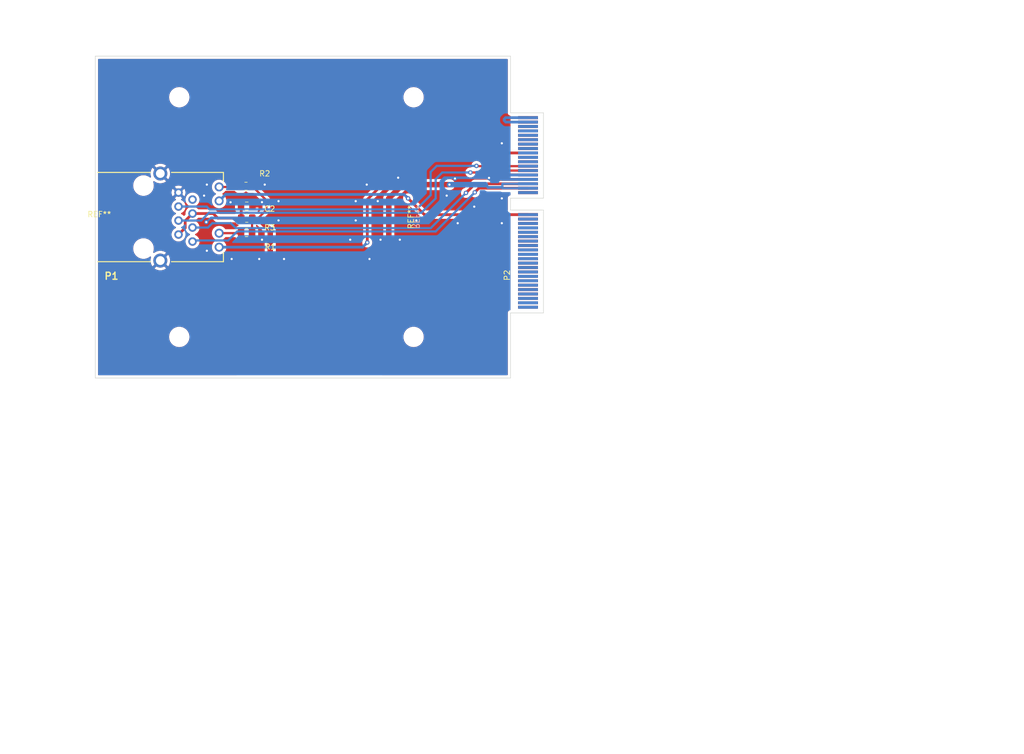
<source format=kicad_pcb>
(kicad_pcb (version 20221018) (generator pcbnew)
  (layers (0 "F.Cu" signal) (31 "B.Cu" signal) (34 "B.Paste" user) (35 "F.Paste" user) (36 "B.SilkS" user "B.Silkscreen") (37 "F.SilkS" user "F.Silkscreen") (38 "B.Mask" user) (39 "F.Mask" user) (44 "Edge.Cuts" user))
  (net 0 "")
  (net 1 "GND")
  (net 2 "LED2")
  (net 3 "TX+")
  (net 4 "TX-")
  (net 5 "RX+")
  (net 6 "RX-")
  (net 7 "LED1")
  (net 53 "+3.3V")
  (net 74 "Net-(P2-Pin_78)")
  (net 76 "Net-(P1-CRD)")
  (net 78 "Net-(P1-AG)")
  (net 79 "Net-(P1-AY)")
  (footprint "Capacitor_SMD:C_0805_2012Metric_Pad1.18x1.45mm_HandSolder" (layer "F.Cu") (at 139.7375 86.4 180)
    (fp_text reference "C2" (at -4.1625 -0.5) (layer "F.SilkS"))
    (fp_text value "1n")
    (fp_line (start -0.261252 -0.735) (end 0.261252 -0.735) (stroke (width 0.12)) (layer "F.SilkS"))
    (fp_line (start -0.261252 0.735) (end 0.261252 0.735) (stroke (width 0.12)) (layer "F.SilkS"))
    (pad "1" smd roundrect (at -1.0375 0 180) (size 1.175 1.45) (layers "F.Cu" "F.Paste" "F.Mask") (roundrect_rratio 0.2127659574) (net 1 "GND"))
    (pad "2" smd roundrect (at 1.0375 0 180) (size 1.175 1.45) (layers "F.Cu" "F.Paste" "F.Mask") (roundrect_rratio 0.2127659574) (net 76 "Net-(P1-CRD)"))
  )
  (footprint "DSOXLAN:cardedge_40x2" (layer "F.Cu") (at 190.754 104.75)
    (fp_text reference "P2" (at -3.8 -5.8 90) (layer "F.SilkS"))
    (fp_text value "CONN_02X40" hide)
    (pad "1" connect rect (at 0 0) (size 3.6 0.55) (layers "F.Cu" "F.Mask"))
    (pad "2" connect rect (at 0 0) (size 3.6 0.55) (layers "B.Cu" "B.Mask"))
    (pad "3" connect rect (at 0 -0.8) (size 3.6 0.55) (layers "F.Cu" "F.Mask"))
    (pad "4" connect rect (at 0 -0.8) (size 3.6 0.55) (layers "B.Cu" "B.Mask"))
    (pad "5" connect rect (at 0 -1.6) (size 3.6 0.55) (layers "F.Cu" "F.Mask"))
    (pad "6" connect rect (at 0 -1.6) (size 3.6 0.55) (layers "B.Cu" "B.Mask"))
    (pad "7" connect rect (at 0 -2.4) (size 3.6 0.55) (layers "F.Cu" "F.Mask"))
    (pad "8" connect rect (at 0 -2.4) (size 3.6 0.55) (layers "B.Cu" "B.Mask"))
    (pad "9" connect rect (at 0 -3.2) (size 3.6 0.55) (layers "F.Cu" "F.Mask"))
    (pad "10" connect rect (at 0 -3.2) (size 3.6 0.55) (layers "B.Cu" "B.Mask"))
    (pad "11" connect rect (at 0 -4) (size 3.6 0.55) (layers "F.Cu" "F.Mask"))
    (pad "12" connect rect (at 0 -4) (size 3.6 0.55) (layers "B.Cu" "B.Mask"))
    (pad "13" connect rect (at 0 -4.8) (size 3.6 0.55) (layers "F.Cu" "F.Mask"))
    (pad "14" connect rect (at 0 -4.8) (size 3.6 0.55) (layers "B.Cu" "B.Mask"))
    (pad "15" connect rect (at 0 -5.6) (size 3.6 0.55) (layers "F.Cu" "F.Mask"))
    (pad "16" connect rect (at 0 -5.6) (size 3.6 0.55) (layers "B.Cu" "B.Mask"))
    (pad "17" connect rect (at 0 -6.4) (size 3.6 0.55) (layers "F.Cu" "F.Mask"))
    (pad "18" connect rect (at 0 -6.4) (size 3.6 0.55) (layers "B.Cu" "B.Mask"))
    (pad "19" connect rect (at 0 -7.2) (size 3.6 0.55) (layers "F.Cu" "F.Mask"))
    (pad "20" connect rect (at 0 -7.2) (size 3.6 0.55) (layers "B.Cu" "B.Mask"))
    (pad "21" connect rect (at 0 -8) (size 3.6 0.55) (layers "F.Cu" "F.Mask"))
    (pad "22" connect rect (at 0 -8) (size 3.6 0.55) (layers "B.Cu" "B.Mask"))
    (pad "23" connect rect (at 0 -8.8) (size 3.6 0.55) (layers "F.Cu" "F.Mask"))
    (pad "24" connect rect (at 0 -8.8) (size 3.6 0.55) (layers "B.Cu" "B.Mask"))
    (pad "25" connect rect (at 0 -9.6) (size 3.6 0.55) (layers "F.Cu" "F.Mask"))
    (pad "26" connect rect (at 0 -9.6) (size 3.6 0.55) (layers "B.Cu" "B.Mask"))
    (pad "27" connect rect (at 0 -10.4) (size 3.6 0.55) (layers "F.Cu" "F.Mask"))
    (pad "28" connect rect (at 0 -10.4) (size 3.6 0.55) (layers "B.Cu" "B.Mask"))
    (pad "29" connect rect (at 0 -11.2) (size 3.6 0.55) (layers "F.Cu" "F.Mask"))
    (pad "30" connect rect (at 0 -11.2) (size 3.6 0.55) (layers "B.Cu" "B.Mask"))
    (pad "31" connect rect (at 0 -12) (size 3.6 0.55) (layers "F.Cu" "F.Mask"))
    (pad "32" connect rect (at 0 -12) (size 3.6 0.55) (layers "B.Cu" "B.Mask"))
    (pad "33" connect rect (at 0 -12.8) (size 3.6 0.55) (layers "F.Cu" "F.Mask"))
    (pad "34" connect rect (at 0 -12.8) (size 3.6 0.55) (layers "B.Cu" "B.Mask"))
    (pad "35" connect rect (at 0 -13.6) (size 3.6 0.55) (layers "F.Cu" "F.Mask"))
    (pad "36" connect rect (at 0 -13.6) (size 3.6 0.55) (layers "B.Cu" "B.Mask"))
    (pad "37" connect rect (at 0 -14.4) (size 3.6 0.55) (layers "F.Cu" "F.Mask"))
    (pad "38" connect rect (at 0 -14.4) (size 3.6 0.55) (layers "B.Cu" "B.Mask"))
    (pad "39" connect rect (at 0 -15.2) (size 3.6 0.55) (layers "F.Cu" "F.Mask"))
    (pad "40" connect rect (at 0 -15.2) (size 3.6 0.55) (layers "B.Cu" "B.Mask"))
    (pad "41" connect rect (at 0 -16) (size 3.6 0.55) (layers "F.Cu" "F.Mask"))
    (pad "42" connect rect (at 0 -16) (size 3.6 0.55) (layers "B.Cu" "B.Mask"))
    (pad "43" connect rect (at 0 -16.8) (size 3.6 0.55) (layers "F.Cu" "F.Mask") (net 2 "LED2"))
    (pad "44" connect rect (at 0 -16.8) (size 3.6 0.55) (layers "B.Cu" "B.Mask"))
    (pad "45" connect rect (at 0 -20.8) (size 3.6 0.55) (layers "F.Cu" "F.Mask"))
    (pad "46" connect rect (at 0 -20.8) (size 3.6 0.55) (layers "B.Cu" "B.Mask"))
    (pad "47" connect rect (at 0 -21.6) (size 3.6 0.55) (layers "F.Cu" "F.Mask") (net 3 "TX+"))
    (pad "48" connect rect (at 0 -21.6) (size 3.6 0.55) (layers "B.Cu" "B.Mask") (net 53 "+3.3V"))
    (pad "49" connect rect (at 0 -22.4) (size 3.6 0.55) (layers "F.Cu" "F.Mask") (net 4 "TX-"))
    (pad "50" connect rect (at 0 -22.4) (size 3.6 0.55) (layers "B.Cu" "B.Mask") (net 53 "+3.3V"))
    (pad "51" connect rect (at 0 -23.2) (size 3.6 0.55) (layers "F.Cu" "F.Mask") (net 1 "GND"))
    (pad "52" connect rect (at 0 -23.2) (size 3.6 0.55) (layers "B.Cu" "B.Mask") (net 1 "GND"))
    (pad "53" connect rect (at 0 -24) (size 3.6 0.55) (layers "F.Cu" "F.Mask") (net 1 "GND"))
    (pad "54" connect rect (at 0 -24) (size 3.6 0.55) (layers "B.Cu" "B.Mask") (net 1 "GND"))
    (pad "55" connect rect (at 0 -24.8) (size 3.6 0.55) (layers "F.Cu" "F.Mask") (net 5 "RX+"))
    (pad "56" connect rect (at 0 -24.8) (size 3.6 0.55) (layers "B.Cu" "B.Mask"))
    (pad "57" connect rect (at 0 -25.6) (size 3.6 0.55) (layers "F.Cu" "F.Mask") (net 6 "RX-"))
    (pad "58" connect rect (at 0 -25.6) (size 3.6 0.55) (layers "B.Cu" "B.Mask"))
    (pad "59" connect rect (at 0 -26.4) (size 3.6 0.55) (layers "F.Cu" "F.Mask"))
    (pad "60" connect rect (at 0 -26.4) (size 3.6 0.55) (layers "B.Cu" "B.Mask"))
    (pad "61" connect rect (at 0 -27.2) (size 3.6 0.55) (layers "F.Cu" "F.Mask"))
    (pad "62" connect rect (at 0 -27.2) (size 3.6 0.55) (layers "B.Cu" "B.Mask"))
    (pad "63" connect rect (at 0 -28) (size 3.6 0.55) (layers "F.Cu" "F.Mask") (net 7 "LED1"))
    (pad "64" connect rect (at 0 -28) (size 3.6 0.55) (layers "B.Cu" "B.Mask"))
    (pad "65" connect rect (at 0 -28.8) (size 3.6 0.55) (layers "F.Cu" "F.Mask"))
    (pad "66" connect rect (at 0 -28.8) (size 3.6 0.55) (layers "B.Cu" "B.Mask"))
    (pad "67" connect rect (at 0 -29.6) (size 3.6 0.55) (layers "F.Cu" "F.Mask"))
    (pad "68" connect rect (at 0 -29.6) (size 3.6 0.55) (layers "B.Cu" "B.Mask"))
    (pad "69" connect rect (at 0 -30.4) (size 3.6 0.55) (layers "F.Cu" "F.Mask"))
    (pad "70" connect rect (at 0 -30.4) (size 3.6 0.55) (layers "B.Cu" "B.Mask"))
    (pad "71" connect rect (at 0 -31.2) (size 3.6 0.55) (layers "F.Cu" "F.Mask"))
    (pad "72" connect rect (at 0 -31.2) (size 3.6 0.55) (layers "B.Cu" "B.Mask"))
    (pad "73" connect rect (at 0 -32) (size 3.6 0.55) (layers "F.Cu" "F.Mask"))
    (pad "74" connect rect (at 0 -32) (size 3.6 0.55) (layers "B.Cu" "B.Mask"))
    (pad "75" connect rect (at 0 -32.8) (size 3.6 0.55) (layers "F.Cu" "F.Mask"))
    (pad "76" connect rect (at 0 -32.8) (size 3.6 0.55) (layers "B.Cu" "B.Mask"))
    (pad "77" connect rect (at 0 -33.6) (size 3.6 0.55) (layers "F.Cu" "F.Mask"))
    (pad "78" connect rect (at 0 -33.6) (size 3.6 0.55) (layers "B.Cu" "B.Mask") (net 74 "Net-(P2-Pin_78)"))
    (pad "79" connect rect (at 0 -34.4) (size 3.6 0.55) (layers "F.Cu" "F.Mask"))
    (pad "80" connect rect (at 0 -34.4) (size 3.6 0.55) (layers "B.Cu" "B.Mask") (net 74 "Net-(P2-Pin_78)"))
  )
  (footprint "Resistor_SMD:R_0805_2012Metric_Pad1.20x1.40mm_HandSolder" (layer "F.Cu") (at 139.7 91.2 180)
    (fp_text reference "R1" (at -4.3 -2.6 180) (layer "F.SilkS"))
    (fp_text value "470R")
    (fp_line (start -0.227064 -0.735) (end 0.227064 -0.735) (stroke (width 0.12)) (layer "F.SilkS"))
    (fp_line (start -0.227064 0.735) (end 0.227064 0.735) (stroke (width 0.12)) (layer "F.SilkS"))
    (pad "1" smd roundrect (at -1 0 180) (size 1.2 1.4) (layers "F.Cu" "F.Paste" "F.Mask") (roundrect_rratio 0.2083333333) (net 53 "+3.3V"))
    (pad "2" smd roundrect (at 1 0 180) (size 1.2 1.4) (layers "F.Cu" "F.Paste" "F.Mask") (roundrect_rratio 0.2083333333) (net 78 "Net-(P1-AG)"))
  )
  (footprint "Resistor_SMD:R_0805_2012Metric_Pad1.20x1.40mm_HandSolder" (layer "F.Cu") (at 139.6 82.8 180)
    (fp_text reference "R2" (at -3.4 2.3 180) (layer "F.SilkS"))
    (fp_text value "470R")
    (fp_line (start -0.227064 -0.735) (end 0.227064 -0.735) (stroke (width 0.12)) (layer "F.SilkS"))
    (fp_line (start -0.227064 0.735) (end 0.227064 0.735) (stroke (width 0.12)) (layer "F.SilkS"))
    (pad "1" smd roundrect (at -1 0 180) (size 1.2 1.4) (layers "F.Cu" "F.Paste" "F.Mask") (roundrect_rratio 0.2083333333) (net 53 "+3.3V"))
    (pad "2" smd roundrect (at 1 0 180) (size 1.2 1.4) (layers "F.Cu" "F.Paste" "F.Mask") (roundrect_rratio 0.2083333333) (net 79 "Net-(P1-AY)"))
  )
  (footprint "Resistor_SMD:R_0805_2012Metric_Pad1.20x1.40mm_HandSolder" (layer "F.Cu") (at 139.7375 88.59 180)
    (fp_text reference "R3" (at -4.1625 -1.71) (layer "F.SilkS"))
    (fp_text value "10R")
    (fp_line (start -0.227064 -0.735) (end 0.227064 -0.735) (stroke (width 0.12)) (layer "F.SilkS"))
    (fp_line (start -0.227064 0.735) (end 0.227064 0.735) (stroke (width 0.12)) (layer "F.SilkS"))
    (pad "1" smd roundrect (at -1 0 180) (size 1.2 1.4) (layers "F.Cu" "F.Paste" "F.Mask") (roundrect_rratio 0.2083333333) (net 53 "+3.3V"))
    (pad "2" smd roundrect (at 1 0 180) (size 1.2 1.4) (layers "F.Cu" "F.Paste" "F.Mask") (roundrect_rratio 0.2083333333) (net 76 "Net-(P1-CRD)"))
  )
  (footprint "DSOXLAN:WURTH-7499010121A" (layer "F.Cu") (at 129.9 92.83 90)
    (fp_text reference "P1" (at -6.27 -14.7 180) (layer "F.SilkS") (effects (font (size 1.27 1.27) (thickness 0.254))))
    (fp_text value "7499010121A" hide)
    (fp_line (start -3.655 -7.62) (end -3.655 -17.2) (stroke (width 0.2032)) (layer "F.SilkS"))
    (fp_line (start -3.655 5.61) (end -3.655 -3.81) (stroke (width 0.2032)) (layer "F.SilkS"))
    (fp_line (start -2 5.61) (end -3.655 5.61) (stroke (width 0.2032)) (layer "F.SilkS"))
    (fp_line (start 12.545 -17.2) (end 12.545 -7.62) (stroke (width 0.2032)) (layer "F.SilkS"))
    (fp_line (start 12.545 -3.81) (end 12.545 5.61) (stroke (width 0.2032)) (layer "F.SilkS"))
    (fp_line (start 12.545 5.61) (end 11 5.61) (stroke (width 0.2032)) (layer "F.SilkS"))
    (pad "" np_thru_hole circle (at -1.27 -8.89 90) (size 3.25 3.25) (drill 3.25) (layers "*.Cu" "*.Mask"))
    (pad "" np_thru_hole circle (at 10.16 -8.89 90) (size 3.25 3.25) (drill 3.25) (layers "*.Cu" "*.Mask"))
    (pad "1" thru_hole circle (at 0 0 90) (size 1.524 1.524) (drill 0.9) (layers "*.Cu" "*.Mask") (net 3 "TX+"))
    (pad "2" thru_hole circle (at 1.27 -2.54 90) (size 1.524 1.524) (drill 0.9) (layers "*.Cu" "*.Mask") (net 76 "Net-(P1-CRD)"))
    (pad "3" thru_hole circle (at 2.54 0 90) (size 1.524 1.524) (drill 0.9) (layers "*.Cu" "*.Mask") (net 4 "TX-"))
    (pad "4" thru_hole circle (at 3.81 -2.54 90) (size 1.524 1.524) (drill 0.9) (layers "*.Cu" "*.Mask") (net 5 "RX+"))
    (pad "5" thru_hole circle (at 5.08 0 90) (size 1.524 1.524) (drill 0.9) (layers "*.Cu" "*.Mask") (net 76 "Net-(P1-CRD)"))
    (pad "6" thru_hole circle (at 6.35 -2.54 90) (size 1.524 1.524) (drill 0.9) (layers "*.Cu" "*.Mask") (net 6 "RX-"))
    (pad "7" thru_hole circle (at 7.62 0 90) (size 1.524 1.524) (drill 0.9) (layers "*.Cu" "*.Mask"))
    (pad "8" thru_hole circle (at 8.89 -2.54 90) (size 1.524 1.524) (drill 0.9) (layers "*.Cu" "*.Mask") (net 1 "GND"))
    (pad "9" thru_hole circle (at -1.02 4.83 90) (size 1.6256 1.6256) (drill 1.02) (layers "*.Cu" "*.Mask") (net 7 "LED1"))
    (pad "10" thru_hole circle (at 1.52 4.83 90) (size 1.6256 1.6256) (drill 1.02) (layers "*.Cu" "*.Mask") (net 78 "Net-(P1-AG)"))
    (pad "11" thru_hole circle (at 7.37 4.83 90) (size 1.6256 1.6256) (drill 1.02) (layers "*.Cu" "*.Mask") (net 2 "LED2"))
    (pad "12" thru_hole circle (at 9.91 4.83 90) (size 1.6256 1.6256) (drill 1.02) (layers "*.Cu" "*.Mask") (net 79 "Net-(P1-AY)"))
    (pad "13" thru_hole circle (at 12.345 -5.84 90) (size 2.54 2.54) (drill 1.6) (layers "*.Cu" "*.Mask") (net 1 "GND"))
    (pad "14" thru_hole circle (at -3.455 -5.84 90) (size 2.54 2.54) (drill 1.6) (layers "*.Cu" "*.Mask") (net 1 "GND"))
  )
  (footprint "MountingHole:MountingHole_3.2mm_M3_ISO7380" (layer "F.Cu") (at 127.5 110.142)
    (fp_text reference "H102" hide)
    (fp_text value "MountingHole")
    (pad "" np_thru_hole circle (at 0 0) (size 3.2 3.2) (drill 3.2) (layers "*.Cu" "*.Mask"))
  )
  (footprint "MountingHole:MountingHole_3.2mm_M3_ISO7380" (layer "F.Cu") (at 127.5 66.642)
    (fp_text reference "H101" hide)
    (fp_text value "MountingHole")
    (pad "" np_thru_hole circle (at 0 0) (size 3.2 3.2) (drill 3.2) (layers "*.Cu" "*.Mask"))
  )
  (footprint "MountingHole:MountingHole_3.2mm_M3_ISO7380" (layer "F.Cu") (at 170 66.642)
    (fp_text reference "H103" hide)
    (fp_text value "MountingHole")
    (pad "" np_thru_hole circle (at 0 0) (size 3.2 3.2) (drill 3.2) (layers "F&B.Cu" "*.Mask"))
  )
  (footprint "MountingHole:MountingHole_3.2mm_M3_ISO7380" (layer "F.Cu") (at 170 110.142)
    (fp_text reference "H104" hide)
    (fp_text value "MountingHole")
    (pad "" np_thru_hole circle (at 0 0) (size 3.2 3.2) (drill 3.2) (layers "F&B.Cu" "*.Mask"))
  )
  (footprint "DSOXLAN:Lid" (layer "F.Cu") (at 113 88.392)
    (fp_text reference "REF**" (at 0 -0.5 unlocked) (layer "F.SilkS"))
    (fp_text value "Lid")
  )
  (footprint "DSOXLAN:Spacer2b" (layer "F.Cu") (at 170 88.392 90)
    (fp_text reference "REF**" (at 0 -0.5 90 unlocked) (layer "F.SilkS"))
    (fp_text value "Spacer2b")
  )
  (footprint "Symbol:OSHW-Symbol_6.7x6mm_Copper" (layer "F.Cu") (at 149 64.5)
    (fp_text reference "SYM101" hide)
    (fp_text value "Logo_Open_Hardware_Small" hide)
    (fp_poly (pts (xy 0.555814 -2.531069) (xy 0.639635 -2.086445) (xy 0.94892 -1.958947) (xy 1.258206 -1.831449) (xy 1.629246 -2.083754) (xy 1.733157 -2.154004) (xy 1.827087 -2.216728) (xy 1.906652 -2.269062) (xy 1.96747 -2.308143) (xy 2.005157 -2.331107) (xy 2.015421 -2.336058) (xy 2.03391 -2.323324) (xy 2.07342 -2.288118) (xy 2.129522 -2.234938) (xy 2.197787 -2.168282) (xy 2.273786 -2.092646) (xy 2.353092 -2.012528) (xy 2.431275 -1.932426) (xy 2.503907 -1.856836) (xy 2.566559 -1.790255) (xy 2.614803 -1.737182) (xy 2.64421 -1.702113) (xy 2.651241 -1.690377) (xy 2.641123 -1.66874) (xy 2.612759 -1.621338) (xy 2.569129 -1.552807) (xy 2.513218 -1.467785) (xy 2.448006 -1.370907) (xy 2.410219 -1.31565) (xy 2.341343 -1.214752) (xy 2.28014 -1.123701) (xy 2.229578 -1.04703) (xy 2.192628 -0.989272) (xy 2.172258 -0.954957) (xy 2.169197 -0.947746) (xy 2.176136 -0.927252) (xy 2.195051 -0.879487) (xy 2.223087 -0.811168) (xy 2.257391 -0.729011) (xy 2.295109 -0.63973) (xy 2.333387 -0.550042) (xy 2.36937 -0.466662) (xy 2.400206 -0.396306) (xy 2.423039 -0.34569) (xy 2.435017 -0.321529) (xy 2.435724 -0.320578) (xy 2.454531 -0.315964) (xy 2.504618 -0.305672) (xy 2.580793 -0.290713) (xy 2.677865 -0.272099) (xy 2.790643 -0.250841) (xy 2.856442 -0.238582) (xy 2.97695 -0.215638) (xy 3.085797 -0.193805) (xy 3.177476 -0.174278) (xy 3.246481 -0.158252) (xy 3.287304 -0.146921) (xy 3.295511 -0.143326) (xy 3.303548 -0.118994) (xy 3.310033 -0.064041) (xy 3.31497 0.015108) (xy 3.318364 0.112026) (xy 3.320218 0.220287) (xy 3.320538 0.333465) (xy 3.319327 0.445135) (xy 3.31659 0.548868) (xy 3.312331 0.638241) (xy 3.306555 0.706826) (xy 3.299267 0.748197) (xy 3.294895 0.75681) (xy 3.268764 0.767133) (xy 3.213393 0.781892) (xy 3.136107 0.799352) (xy 3.04423 0.81778) (xy 3.012158 0.823741) (xy 2.857524 0.852066) (xy 2.735375 0.874876) (xy 2.641673 0.89308) (xy 2.572384 0.907583) (xy 2.523471 0.919292) (xy 2.490897 0.929115) (xy 2.470628 0.937956) (xy 2.458626 0.946724) (xy 2.456947 0.948457) (xy 2.440184 0.976371) (xy 2.414614 1.030695) (xy 2.382788 1.104777) (xy 2.34726 1.191965) (xy 2.310583 1.285608) (xy 2.275311 1.379052) (xy 2.243996 1.465647) (xy 2.219193 1.53874) (xy 2.203454 1.591678) (xy 2.199332 1.617811) (xy 2.199676 1.618726) (xy 2.213641 1.640086) (xy 2.245322 1.687084) (xy 2.291391 1.754827) (xy 2.348518 1.838423) (xy 2.413373 1.932982) (xy 2.431843 1.959854) (xy 2.497699 2.057275) (xy 2.55565 2.146163) (xy 2.602538 2.221412) (xy 2.635207 2.27792) (xy 2.6505 2.310581) (xy 2.651241 2.314593) (xy 2.638392 2.335684) (xy 2.602888 2.377464) (xy 2.549293 2.435445) (xy 2.482171 2.505135) (xy 2.406087 2.582045) (xy 2.325604 2.661683) (xy 2.245287 2.739561) (xy 2.169699 2.811186) (xy 2.103405 2.87207) (xy 2.050969 2.917721) (xy 2.016955 2.94365) (xy 2.007545 2.947883) (xy 1.985643 2.937912) (xy 1.9408 2.91102) (xy 1.880321 2.871736) (xy 1.833789 2.840117) (xy 1.749475 2.782098) (xy 1.649626 2.713784) (xy 1.549473 2.645579) (xy 1.495627 2.609075) (xy 1.313371 2.4858) (xy 1.160381 2.56852) (xy 1.090682 2.604759) (xy 1.031414 2.632926) (xy 0.991311 2.648991) (xy 0.981103 2.651226) (xy 0.968829 2.634722) (xy 0.944613 2.588082) (xy 0.910263 2.515609) (xy 0.867588 2.421606) (xy 0.818394 2.310374) (xy 0.76449 2.186215) (xy 0.707684 2.053432) (xy 0.649782 1.916327) (xy 0.592593 1.779202) (xy 0.537924 1.646358) (xy 0.487584 1.522098) (xy 0.44338 1.410725) (xy 0.407119 1.316539) (xy 0.380609 1.243844) (xy 0.365658 1.196941) (xy 0.363254 1.180833) (xy 0.382311 1.160286) (xy 0.424036 1.126933) (xy 0.479706 1.087702) (xy 0.484378 1.084599) (xy 0.628264 0.969423) (xy 0.744283 0.835053) (xy 0.83143 0.685784) (xy 0.888699 0.525913) (xy 0.915086 0.359737) (xy 0.909585 0.191552) (xy 0.87119 0.025655) (xy 0.798895 -0.133658) (xy 0.777626 -0.168513) (xy 0.666996 -0.309263) (xy 0.536302 -0.422286) (xy 0.390064 -0.506997) (xy 0.232808 -0.562806) (xy 0.069057 -0.589126) (xy -0.096667 -0.58537) (xy -0.259838 -0.55095) (xy -0.415935 -0.485277) (xy -0.560433 -0.387765) (xy -0.605131 -0.348187) (xy -0.718888 -0.224297) (xy -0.801782 -0.093876) (xy -0.858644 0.052315) (xy -0.890313 0.197088) (xy -0.898131 0.35986) (xy -0.872062 0.52344) (xy -0.814755 0.682298) (xy -0.728856 0.830906) (xy -0.617014 0.963735) (xy -0.481877 1.075256) (xy -0.464117 1.087011) (xy -0.40785 1.125508) (xy -0.365077 1.158863) (xy -0.344628 1.18016) (xy -0.344331 1.180833) (xy -0.348721 1.203871) (xy -0.366124 1.256157) (xy -0.394732 1.33339) (xy -0.432735 1.431268) (xy -0.478326 1.545491) (xy -0.529697 1.671758) (xy -0.585038 1.805767) (xy -0.642542 1.943218) (xy -0.700399 2.079808) (xy -0.756802 2.211237) (xy -0.809942 2.333205) (xy -0.85801 2.441409) (xy -0.899199 2.531549) (xy -0.931699 2.599323) (xy -0.953703 2.64043) (xy -0.962564 2.651226) (xy -0.98964 2.642819) (xy -1.040303 2.620272) (xy -1.105817 2.587613) (xy -1.141841 2.56852) (xy -1.294832 2.4858) (xy -1.477088 2.609075) (xy -1.570125 2.672228) (xy -1.671985 2.741727) (xy -1.767438 2.807165) (xy -1.81525 2.840117) (xy -1.882495 2.885273) (xy -1.939436 2.921057) (xy -1.978646 2.942938) (xy -1.991381 2.947563) (xy -2.009917 2.935085) (xy -2.050941 2.900252) (xy -2.110475 2.846678) (xy -2.184542 2.777983) (xy -2.269165 2.697781) (xy -2.322685 2.646286) (xy -2.416319 2.554286) (xy -2.497241 2.471999) (xy -2.562177 2.402945) (xy -2.607858 2.350644) (xy -2.631011 2.318616) (xy -2.633232 2.312116) (xy -2.622924 2.287394) (xy -2.594439 2.237405) (xy -2.550937 2.167212) (xy -2.495577 2.081875) (xy -2.43152 1.986456) (xy -2.413303 1.959854) (xy -2.346927 1.863167) (xy -2.287378 1.776117) (xy -2.237984 1.703595) (xy -2.202075 1.650493) (xy -2.182981 1.621703) (xy -2.181136 1.618726) (xy -2.183895 1.595782) (xy -2.198538 1.545336) (xy -2.222513 1.474041) (xy -2.253266 1.388547) (xy -2.288244 1.295507) (xy -2.324893 1.201574) (xy -2.360661 1.113399) (xy -2.392994 1.037634) (xy -2.419338 0.980931) (xy -2.437142 0.949943) (xy -2.438407 0.948457) (xy -2.449294 0.939601) (xy -2.467682 0.930843) (xy -2.497606 0.921277) (xy -2.543103 0.909996) (xy -2.608209 0.896093) (xy -2.696961 0.878663) (xy -2.813393 0.856798) (xy -2.961542 0.829591) (xy -2.993618 0.823741) (xy -3.088686 0.805374) (xy -3.171565 0.787405) (xy -3.23493 0.771569) (xy -3.271458 0.7596) (xy -3.276356 0.75681) (xy -3.284427 0.732072) (xy -3.290987 0.67679) (xy -3.296033 0.597389) (xy -3.299559 0.500296) (xy -3.301561 0.391938) (xy -3.302036 0.27874) (xy -3.300977 0.167128) (xy -3.298382 0.063529) (xy -3.294246 -0.025632) (xy -3.288563 -0.093928) (xy -3.281331 -0.134934) (xy -3.276971 -0.143326) (xy -3.252698 -0.151792) (xy -3.197426 -0.165565) (xy -3.116662 -0.18345) (xy -3.015912 -0.204252) (xy -2.900683 -0.226777) (xy -2.837902 -0.238582) (xy -2.718787 -0.260849) (xy -2.612565 -0.281021) (xy -2.524427 -0.298085) (xy -2.459566 -0.311031) (xy -2.423174 -0.318845) (xy -2.417184 -0.320578) (xy -2.407061 -0.34011) (xy -2.385662 -0.387157) (xy -2.355839 -0.454997) (xy -2.320445 -0.536909) (xy -2.282332 -0.626172) (xy -2.244353 -0.716065) (xy -2.20936 -0.799865) (xy -2.180206 -0.870853) (xy -2.159743 -0.922306) (xy -2.150823 -0.947503) (xy -2.150657 -0.948604) (xy -2.160769 -0.968481) (xy -2.189117 -1.014223) (xy -2.232723 -1.081283) (xy -2.288606 -1.165116) (xy -2.353787 -1.261174) (xy -2.391679 -1.31635) (xy -2.460725 -1.417519) (xy -2.52205 -1.50937) (xy -2.572663 -1.587256) (xy -2.609571 -1.646531) (xy -2.629782 -1.682549) (xy -2.632701 -1.690623) (xy -2.620153 -1.709416) (xy -2.585463 -1.749543) (xy -2.533063 -1.806507) (xy -2.467384 -1.875815) (xy -2.392856 -1.952969) (xy -2.313913 -2.033475) (xy -2.234983 -2.112837) (xy -2.1605 -2.18656) (xy -2.094894 -2.250148) (xy -2.042596 -2.299106) (xy -2.008039 -2.328939) (xy -1.996478 -2.336058) (xy -1.977654 -2.326047) (xy -1.932631 -2.297922) (xy -1.865787 -2.254546) (xy -1.781499 -2.198782) (xy -1.684144 -2.133494) (xy -1.610707 -2.083754) (xy -1.239667 -1.831449) (xy -0.621095 -2.086445) (xy -0.537275 -2.531069) (xy -0.453454 -2.975693) (xy 0.471994 -2.975693) (xy 0.555814 -2.531069)) (stroke (width 0.01)) (fill solid) (layer "F.Cu"))
  )
  (footprint "DSOXLAN:Spacer1a" (layer "B.Cu") (at 170 88.392 90)
    (fp_text reference "REF**" (at 0 0.5 270 unlocked) (layer "B.SilkS") (effects (justify mirror)))
    (fp_text value "Spacer1a")
  )
  (gr_line (start 193.548 69.469) (end 187.579 69.469) (stroke (width 0.1)) (layer "Edge.Cuts"))
  (gr_line (start 179.578 117.602) (end 187.579 117.602) (stroke (width 0.1)) (layer "Edge.Cuts"))
  (gr_line (start 187.579 105.791) (end 193.548 105.791) (stroke (width 0.1)) (layer "Edge.Cuts"))
  (gr_line (start 187.579 69.469) (end 187.579 59.182) (stroke (width 0.1)) (layer "Edge.Cuts"))
  (gr_line (start 193.548 84.963) (end 193.548 69.469) (stroke (width 0.1)) (layer "Edge.Cuts"))
  (gr_line (start 193.548 105.791) (end 193.548 87.122) (stroke (width 0.1)) (layer "Edge.Cuts"))
  (gr_line (start 187.579 117.602) (end 187.579 105.791) (stroke (width 0.1)) (layer "Edge.Cuts"))
  (gr_line (start 112.268 117.602) (end 179.578 117.602) (stroke (width 0.1)) (layer "Edge.Cuts"))
  (gr_line (start 187.579 59.182) (end 112.268 59.182) (stroke (width 0.1)) (layer "Edge.Cuts"))
  (gr_line (start 187.579 87.122) (end 187.579 84.963) (stroke (width 0.1)) (layer "Edge.Cuts"))
  (gr_line (start 193.548 87.122) (end 187.579 87.122) (stroke (width 0.1)) (layer "Edge.Cuts"))
  (gr_line (start 187.579 84.963) (end 193.548 84.963) (stroke (width 0.1)) (layer "Edge.Cuts"))
  (gr_line (start 112.268 59.182) (end 112.268 117.602) (stroke (width 0.1)) (layer "Edge.Cuts"))
  (gr_text "DIY DSOXLAN\nAW 2014-12-13\nDL8DTL 2024-05-18" (at 151.11013 112.916902) (layer "F.Cu") (effects (font (size 1.5 1.5) (thickness 0.3))))
  (segment (start 183.95 81.55) (end 183.68 81.28) (width 0.5) (layer "F.Cu") (net 1))
  (segment (start 183.68 81.28) (end 184.21 80.75) (width 0.5) (layer "F.Cu") (net 1))
  (segment (start 190.754 81.55) (end 183.95 81.55) (width 0.5) (layer "F.Cu") (net 1))
  (segment (start 184.21 80.75) (end 190.754 80.75) (width 0.5) (layer "F.Cu") (net 1))
  (via (at 132.5 94.5) (size 0.8) (drill 0.4) (layers "F.Cu" "B.Cu") (net 1))
  (via (at 163.5 85.5) (size 0.8) (drill 0.4) (layers "F.Cu" "B.Cu") (net 1))
  (via (at 183.68 81.28) (size 0.8) (drill 0.4) (layers "F.Cu" "B.Cu") (net 1))
  (via (at 142.5 85.6805) (size 0.8) (drill 0.4) (layers "F.Cu" "B.Cu") (net 1))
  (via (at 146.5 96) (size 0.8) (drill 0.4) (layers "F.Cu" "B.Cu") (net 1))
  (via (at 178 89.5) (size 0.8) (drill 0.4) (layers "F.Cu" "B.Cu") (net 1))
  (via (at 186 85) (size 0.8) (drill 0.4) (layers "F.Cu" "B.Cu") (net 1))
  (via (at 159.5 85.5) (size 0.8) (drill 0.4) (layers "F.Cu" "B.Cu") (net 1))
  (via (at 145.5 89) (size 0.8) (drill 0.4) (layers "F.Cu" "B.Cu") (net 1))
  (via (at 132.5 82.5) (size 0.8) (drill 0.4) (layers "F.Cu" "B.Cu") (net 1))
  (via (at 142.5 92.5) (size 0.8) (drill 0.4) (layers "F.Cu" "B.Cu") (net 1))
  (via (at 145.5 85.5) (size 0.8) (drill 0.4) (layers "F.Cu" "B.Cu") (net 1))
  (via (at 136.8 85.7) (size 0.8) (drill 0.4) (layers "F.Cu" "B.Cu") (net 1))
  (via (at 186 89.5) (size 0.8) (drill 0.4) (layers "F.Cu" "B.Cu") (net 1))
  (via (at 161.5 82.5) (size 0.8) (drill 0.4) (layers "F.Cu" "B.Cu") (net 1))
  (via (at 170.5 89) (size 0.8) (drill 0.4) (layers "F.Cu" "B.Cu") (net 1))
  (via (at 186 75) (size 0.8) (drill 0.4) (layers "F.Cu" "B.Cu") (net 1))
  (via (at 132.4 89.3) (size 0.8) (drill 0.4) (layers "F.Cu" "B.Cu") (net 1))
  (via (at 167.199272 81.245799) (size 0.8) (drill 0.4) (layers "F.Cu" "B.Cu") (net 1))
  (via (at 164 92.5) (size 0.8) (drill 0.4) (layers "F.Cu" "B.Cu") (net 1))
  (via (at 181 86.5) (size 0.8) (drill 0.4) (layers "F.Cu" "B.Cu") (net 1))
  (via (at 143 82.5) (size 0.8) (drill 0.4) (layers "F.Cu" "B.Cu") (net 1))
  (via (at 176 84.5) (size 0.8) (drill 0.4) (layers "F.Cu" "B.Cu") (net 1))
  (via (at 177.5 81.4005) (size 0.8) (drill 0.4) (layers "F.Cu" "B.Cu") (net 1))
  (via (at 132 84.5) (size 0.8) (drill 0.4) (layers "F.Cu" "B.Cu") (net 1))
  (via (at 137 96) (size 0.8) (drill 0.4) (layers "F.Cu" "B.Cu") (net 1))
  (via (at 162 96) (size 0.8) (drill 0.4) (layers "F.Cu" "B.Cu") (net 1))
  (via (at 142 96) (size 0.8) (drill 0.4) (layers "F.Cu" "B.Cu") (net 1))
  (via (at 159.5 89) (size 0.8) (drill 0.4) (layers "F.Cu" "B.Cu") (net 1))
  (via (at 167.5 92.5) (size 0.8) (drill 0.4) (layers "F.Cu" "B.Cu") (net 1))
  (via (at 158.5 92.5) (size 0.8) (drill 0.4) (layers "F.Cu" "B.Cu") (net 1))
  (segment (start 186.100998 81.55) (end 186.055 81.504002) (width 0.5) (layer "B.Cu") (net 1))
  (segment (start 186.055 81.504002) (end 186.055 81.28) (width 0.5) (layer "B.Cu") (net 1))
  (segment (start 186.585 80.75) (end 186.055 81.28) (width 0.5) (layer "B.Cu") (net 1))
  (segment (start 190.754 81.55) (end 186.100998 81.55) (width 0.5) (layer "B.Cu") (net 1))
  (segment (start 186.055 81.28) (end 183.68 81.28) (width 0.5) (layer "B.Cu") (net 1))
  (segment (start 190.754 80.75) (end 186.585 80.75) (width 0.5) (layer "B.Cu") (net 1))
  (segment (start 190.754 87.95) (end 171.95 87.95) (width 0.5) (layer "F.Cu") (net 2))
  (segment (start 171.95 87.95) (end 169 85) (width 0.5) (layer "F.Cu") (net 2))
  (via (at 169 85) (size 0.8) (drill 0.4) (layers "F.Cu" "B.Cu") (net 2))
  (segment (start 135.912536 84.277464) (end 168.277464 84.277464) (width 0.5) (layer "B.Cu") (net 2))
  (segment (start 168.277464 84.277464) (end 169 85) (width 0.5) (layer "B.Cu") (net 2))
  (segment (start 134.73 85.46) (end 135.912536 84.277464) (width 0.5) (layer "B.Cu") (net 2))
  (segment (start 181.85 83.15) (end 181.1 83.9) (width 0.5) (layer "F.Cu") (net 3))
  (segment (start 190.754 83.15) (end 181.85 83.15) (width 0.5) (layer "F.Cu") (net 3))
  (via (at 181.1 83.9) (size 0.8) (drill 0.4) (layers "F.Cu" "B.Cu") (net 3))
  (segment (start 129.9 92.83) (end 130.0928 92.6372) (width 0.4) (layer "B.Cu") (net 3))
  (segment (start 136.3628 92.6372) (end 138 91) (width 0.4) (layer "B.Cu") (net 3))
  (segment (start 138 91) (end 174 91) (width 0.4) (layer "B.Cu") (net 3))
  (segment (start 174 91) (end 181.1 83.9) (width 0.4) (layer "B.Cu") (net 3))
  (segment (start 130.0928 92.6372) (end 136.3628 92.6372) (width 0.4) (layer "B.Cu") (net 3))
  (segment (start 181.15 82.35) (end 179.5 84) (width 0.5) (layer "F.Cu") (net 4))
  (segment (start 190.754 82.35) (end 181.15 82.35) (width 0.5) (layer "F.Cu") (net 4))
  (via (at 179.5 84) (size 0.8) (drill 0.4) (layers "F.Cu" "B.Cu") (net 4))
  (segment (start 129.9 90.29) (end 132.71 90.29) (width 0.4) (layer "B.Cu") (net 4))
  (segment (start 133.5 89.5) (end 136.85118 89.5) (width 0.4) (layer "B.Cu") (net 4))
  (segment (start 132.71 90.29) (end 133.5 89.5) (width 0.4) (layer "B.Cu") (net 4))
  (segment (start 136.85118 89.5) (end 137.751679 90.400499) (width 0.4) (layer "B.Cu") (net 4))
  (segment (start 173.099501 90.400499) (end 179.5 84) (width 0.4) (layer "B.Cu") (net 4))
  (segment (start 137.751679 90.400499) (end 173.099501 90.400499) (width 0.4) (layer "B.Cu") (net 4))
  (segment (start 182.15 79.95) (end 181.8 80.3) (width 0.4) (layer "F.Cu") (net 5))
  (segment (start 181.8 80.3) (end 180.3 80.3) (width 0.4) (layer "F.Cu") (net 5))
  (segment (start 190.754 79.95) (end 182.15 79.95) (width 0.4) (layer "F.Cu") (net 5))
  (via (at 180.3 80.3) (size 0.8) (drill 0.4) (layers "F.Cu" "B.Cu") (net 5))
  (segment (start 171.400499 87.599501) (end 174 85) (width 0.4) (layer "B.Cu") (net 5))
  (segment (start 175.2 80.3) (end 180.3 80.3) (width 0.4) (layer "B.Cu") (net 5))
  (segment (start 132.900499 87.599501) (end 171.400499 87.599501) (width 0.4) (layer "B.Cu") (net 5))
  (segment (start 131.48 89.02) (end 132.900499 87.599501) (width 0.4) (layer "B.Cu") (net 5))
  (segment (start 174 81.5) (end 175.2 80.3) (width 0.4) (layer "B.Cu") (net 5))
  (segment (start 127.36 89.02) (end 131.48 89.02) (width 0.4) (layer "B.Cu") (net 5))
  (segment (start 174 85) (end 174 81.5) (width 0.4) (layer "B.Cu") (net 5))
  (segment (start 181.4 79.1) (end 181.45 79.15) (width 0.4) (layer "F.Cu") (net 6))
  (segment (start 181.45 79.15) (end 190.754 79.15) (width 0.4) (layer "F.Cu") (net 6))
  (via (at 181.4 79.1) (size 0.8) (drill 0.4) (layers "F.Cu" "B.Cu") (net 6))
  (segment (start 174.2 79.1) (end 181.4 79.1) (width 0.4) (layer "B.Cu") (net 6))
  (segment (start 133 87) (end 170.5 87) (width 0.4) (layer "B.Cu") (net 6))
  (segment (start 170.5 87) (end 173.1 84.4) (width 0.4) (layer "B.Cu") (net 6))
  (segment (start 127.36 86.48) (end 132.48 86.48) (width 0.4) (layer "B.Cu") (net 6))
  (segment (start 173.1 80.2) (end 174.2 79.1) (width 0.4) (layer "B.Cu") (net 6))
  (segment (start 173.1 84.4) (end 173.1 80.2) (width 0.4) (layer "B.Cu") (net 6))
  (segment (start 132.48 86.48) (end 133 87) (width 0.4) (layer "B.Cu") (net 6))
  (segment (start 170.05 76.75) (end 161.6 85.2) (width 0.5) (layer "F.Cu") (net 7))
  (segment (start 190.754 76.75) (end 170.05 76.75) (width 0.5) (layer "F.Cu") (net 7))
  (segment (start 161.6 85.2) (end 161.6 93) (width 0.5) (layer "F.Cu") (net 7))
  (via (at 161.6 93) (size 0.8) (drill 0.4) (layers "F.Cu" "B.Cu") (net 7))
  (segment (start 160.75 93.85) (end 161.6 93) (width 0.5) (layer "B.Cu") (net 7))
  (segment (start 134.73 93.85) (end 160.75 93.85) (width 0.5) (layer "B.Cu") (net 7))
  (segment (start 140.7 91.2) (end 140.7 88.6275) (width 0.4) (layer "F.Cu") (net 53))
  (segment (start 164.5 98.5) (end 165.5 97.5) (width 1) (layer "F.Cu") (net 53))
  (segment (start 140.7375 88.59) (end 141.81 88.59) (width 0.4) (layer "F.Cu") (net 53))
  (segment (start 144 96.5) (end 146 98.5) (width 1) (layer "F.Cu") (net 53))
  (segment (start 165.5 97.5) (end 165.5 85) (width 1) (layer "F.Cu") (net 53))
  (segment (start 142.12 88.9) (end 144 90.78) (width 1) (layer "F.Cu") (net 53))
  (segment (start 165.5 85) (end 168 82.5) (width 1) (layer "F.Cu") (net 53))
  (segment (start 140.7 88.6275) (end 140.7375 88.59) (width 0.4) (layer "F.Cu") (net 53))
  (segment (start 146 98.5) (end 164.5 98.5) (width 1) (layer "F.Cu") (net 53))
  (segment (start 168 82.5) (end 176.5 82.5) (width 1) (layer "F.Cu") (net 53))
  (segment (start 143.2995 87.1005) (end 143.2995 85.349336) (width 0.4) (layer "F.Cu") (net 53))
  (segment (start 144 90.78) (end 144 96.5) (width 1) (layer "F.Cu") (net 53))
  (segment (start 142.12 88.9) (end 141.81 88.59) (width 0.4) (layer "F.Cu") (net 53))
  (segment (start 141.81 88.59) (end 143.2995 87.1005) (width 0.4) (layer "F.Cu") (net 53))
  (segment (start 143.2995 85.349336) (end 140.750164 82.8) (width 0.4) (layer "F.Cu") (net 53))
  (segment (start 140.750164 82.8) (end 140.6 82.8) (width 0.4) (layer "F.Cu") (net 53))
  (via (at 176.5 82.5) (size 0.8) (drill 0.4) (layers "F.Cu" "B.Cu") (net 53))
  (segment (start 176.5 82.5) (end 183 82.5) (width 1) (layer "B.Cu") (net 53))
  (segment (start 186.1 83) (end 186.1 83.1) (width 0.4) (layer "B.Cu") (net 53))
  (segment (start 186.15 82.35) (end 186.1 82.4) (width 0.4) (layer "B.Cu") (net 53))
  (segment (start 186.1 83.1) (end 186.15 83.15) (width 0.4) (layer "B.Cu") (net 53))
  (segment (start 183.5 83) (end 186.1 83) (width 0.5) (layer "B.Cu") (net 53))
  (segment (start 186.1 82.4) (end 186.1 83) (width 0.4) (layer "B.Cu") (net 53))
  (segment (start 183 82.5) (end 183.5 83) (width 0.5) (layer "B.Cu") (net 53))
  (segment (start 190.754 82.35) (end 186.15 82.35) (width 0.4) (layer "B.Cu") (net 53))
  (segment (start 186.15 83.15) (end 190.754 83.15) (width 0.4) (layer "B.Cu") (net 53))
  (segment (start 186.72 71.15) (end 186.436 70.866) (width 0.5) (layer "B.Cu") (net 74))
  (segment (start 186.436 70.866) (end 186.436 70.612) (width 0.5) (layer "B.Cu") (net 74))
  (segment (start 186.436 70.612) (end 186.698 70.35) (width 0.5) (layer "B.Cu") (net 74))
  (segment (start 186.698 70.35) (end 190.754 70.35) (width 0.5) (layer "B.Cu") (net 74))
  (segment (start 190.754 71.15) (end 186.72 71.15) (width 0.5) (layer "B.Cu") (net 74))
  (segment (start 138.7375 86.4375) (end 138.7 86.4) (width 0.5) (layer "F.Cu") (net 76))
  (segment (start 138.7375 88.59) (end 138.7375 86.4375) (width 0.5) (layer "F.Cu") (net 76))
  (segment (start 133.65 87.75) (end 129.9 87.75) (width 0.5) (layer "F.Cu") (net 76))
  (segment (start 128.572 90.348) (end 127.36 91.56) (width 0.5) (layer "F.Cu") (net 76))
  (segment (start 129.9 87.75) (end 128.572 89.078) (width 0.5) (layer "F.Cu") (net 76))
  (segment (start 138.7375 88.59) (end 134.49 88.59) (width 0.5) (layer "F.Cu") (net 76))
  (segment (start 128.572 89.078) (end 128.572 90.348) (width 0.5) (layer "F.Cu") (net 76))
  (segment (start 134.49 88.59) (end 133.65 87.75) (width 0.5) (layer "F.Cu") (net 76))
  (segment (start 134.73 91.31) (end 138.59 91.31) (width 0.4) (layer "F.Cu") (net 78))
  (segment (start 138.59 91.31) (end 138.7 91.2) (width 0.4) (layer "F.Cu") (net 78))
  (segment (start 134.73 82.92) (end 138.48 82.92) (width 0.4) (layer "F.Cu") (net 79))
  (segment (start 138.48 82.92) (end 138.6 82.8) (width 0.4) (layer "F.Cu") (net 79))
  (zone (net 1) (net_name "GND") (layer "F.Cu") (connect_pads (clearance 0.508)) (min_thickness 0.254) (fill yes (thermal_gap 0.508) (thermal_bridge_width 0.508))
    (polygon (pts (xy 112.268 117.602) (xy 187.579 117.602) (xy 187.579 59.182) (xy 112.268 59.182) (xy 112.268 59.436)))
  )
  (zone (net 0) (net_name "") (layer "F.Cu") (connect_pads (clearance 0)) (min_thickness 0.25)
    (keepout (tracks allowed) (vias allowed) (pads allowed) (copperpour not_allowed) (footprints allowed))
    (fill (thermal_gap 0.5) (thermal_bridge_width 0.5))
    (polygon (pts (xy 145.2 60.9) (xy 152.9 60.9) (xy 152.9 68) (xy 145.2 68)))
  )
  (zone (net 1) (net_name "GND") (layer "B.Cu") (connect_pads (clearance 0.508)) (min_thickness 0.254) (fill yes (thermal_gap 0.508) (thermal_bridge_width 0.508))
    (polygon (pts (xy 112.268 117.602) (xy 187.579 117.602) (xy 187.579 59.182) (xy 112.268 59.182) (xy 112.268 59.563)))
  )
)
</source>
